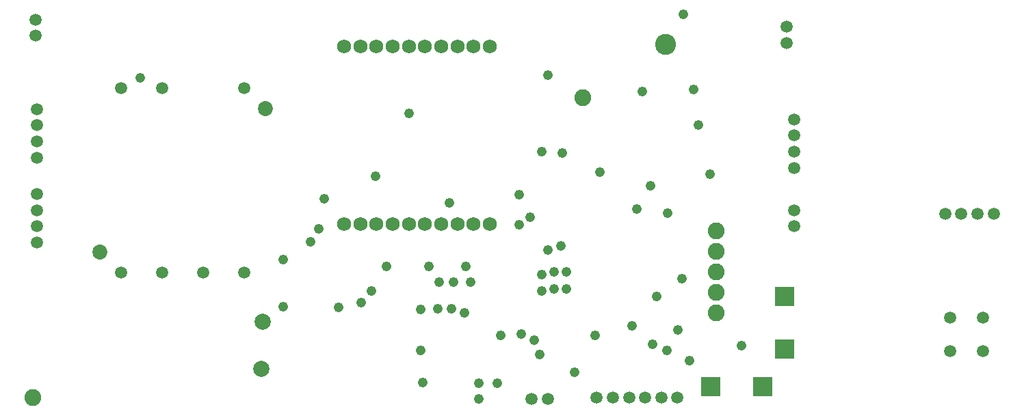
<source format=gbs>
G75*
G70*
%OFA0B0*%
%FSLAX24Y24*%
%IPPOS*%
%LPD*%
%AMOC8*
5,1,8,0,0,1.08239X$1,22.5*
%
%ADD10R,0.0966X0.0966*%
%ADD11C,0.0820*%
%ADD12C,0.0595*%
%ADD13C,0.0730*%
%ADD14C,0.0680*%
%ADD15C,0.0476*%
%ADD16C,0.0789*%
%ADD17C,0.1025*%
D10*
X035821Y002402D03*
X038380Y002402D03*
X039451Y004223D03*
X039451Y006782D03*
D11*
X002801Y001852D03*
X036101Y006002D03*
X036101Y006002D03*
X036101Y007002D03*
X036101Y007002D03*
X036101Y008002D03*
X036101Y008002D03*
X036101Y009002D03*
X036101Y009002D03*
X036101Y010002D03*
X036101Y010002D03*
X029601Y016502D03*
D12*
X039551Y019159D03*
X039551Y019946D03*
X039901Y015433D03*
X039901Y014646D03*
X039901Y013859D03*
X039901Y013071D03*
X039901Y010996D03*
X039901Y010209D03*
X047265Y010822D03*
X048052Y010822D03*
X048839Y010822D03*
X049627Y010822D03*
X049103Y005750D03*
X047488Y005750D03*
X047488Y004135D03*
X049103Y004135D03*
X034219Y001852D03*
X033432Y001852D03*
X032644Y001852D03*
X031857Y001852D03*
X031070Y001852D03*
X030282Y001852D03*
X027894Y001802D03*
X027107Y001802D03*
X013101Y007952D03*
X011101Y007952D03*
X009101Y007952D03*
X007101Y007952D03*
X003001Y009421D03*
X003001Y010209D03*
X003001Y010996D03*
X003001Y011783D03*
X003001Y013571D03*
X003001Y014359D03*
X003001Y015146D03*
X003001Y015933D03*
X007101Y016952D03*
X009101Y016952D03*
X013101Y016952D03*
X002951Y019509D03*
X002951Y020296D03*
D13*
X014136Y015952D03*
X006065Y008952D03*
D14*
X017977Y010322D03*
X018764Y010322D03*
X019552Y010322D03*
X020339Y010322D03*
X021126Y010322D03*
X021914Y010322D03*
X022701Y010322D03*
X023489Y010322D03*
X024276Y010322D03*
X025063Y010322D03*
X025063Y018983D03*
X024276Y018983D03*
X023489Y018983D03*
X022701Y018983D03*
X021914Y018983D03*
X021126Y018983D03*
X020339Y018983D03*
X019552Y018983D03*
X018764Y018983D03*
X017977Y018983D03*
D15*
X021126Y015729D03*
X027601Y013852D03*
X028601Y013802D03*
X030451Y012852D03*
X032901Y012202D03*
X032251Y011052D03*
X033751Y010852D03*
X035801Y012752D03*
X035251Y015152D03*
X035001Y016902D03*
X032501Y016802D03*
X027901Y017602D03*
X034501Y020552D03*
X019501Y012652D03*
X017001Y011552D03*
X016751Y010102D03*
X016351Y009452D03*
X015001Y008602D03*
X019301Y007052D03*
X018801Y006502D03*
X017701Y006252D03*
X015001Y006302D03*
X020051Y008252D03*
X022101Y008252D03*
X023901Y008252D03*
X024151Y007502D03*
X023301Y007502D03*
X022601Y007502D03*
X022551Y006202D03*
X021701Y006152D03*
X023201Y006202D03*
X023851Y006002D03*
X025601Y004902D03*
X026601Y004952D03*
X027251Y004652D03*
X027501Y003952D03*
X029201Y003102D03*
X025451Y002552D03*
X024551Y002552D03*
X024551Y001802D03*
X021801Y002602D03*
X021701Y004152D03*
X027601Y007052D03*
X028201Y007152D03*
X028801Y007152D03*
X027601Y007852D03*
X028201Y008002D03*
X028801Y008002D03*
X028551Y009252D03*
X027901Y009052D03*
X026501Y010302D03*
X027051Y010652D03*
X026501Y011752D03*
X023101Y011352D03*
X033201Y006802D03*
X034451Y007652D03*
X032001Y005352D03*
X030201Y004902D03*
X033001Y004452D03*
X033701Y004152D03*
X034801Y003652D03*
X037351Y004402D03*
X034251Y005152D03*
X008051Y017452D03*
D16*
X014001Y005552D03*
X013951Y003252D03*
D17*
X033651Y019102D03*
M02*

</source>
